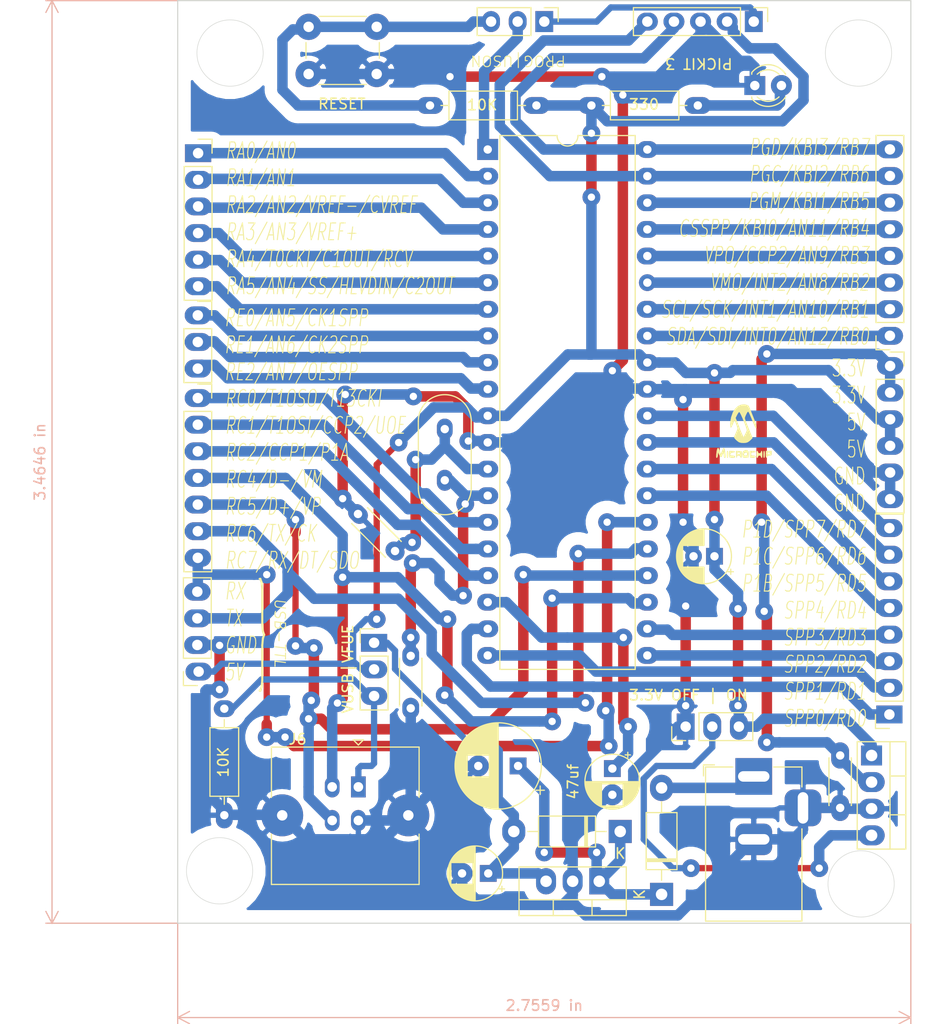
<source format=kicad_pcb>
(kicad_pcb (version 20171130) (host pcbnew "(5.1.4)-1")
  (layers (0 F.Cu signal) (31 B.Cu signal hide) (34 B.Paste user) (35 F.Paste user) (36 B.SilkS user) (37 F.SilkS user) (38 B.Mask user) (39 F.Mask user) (44 Edge.Cuts user))
  (net 0 "")
  (net 1 GND)
  (net 2 5V)
  (net 3 3.3V)
  (net 4 "Net-(C3-Pad1)")
  (net 5 "Net-(C4-Pad1)")
  (net 6 /OSC1)
  (net 7 /OSC2)
  (net 8 "Net-(C7-Pad1)")
  (net 9 VCC)
  (net 10 "Net-(D3-Pad2)")
  (net 11 /RB6)
  (net 12 /RB7)
  (net 13 /PROM_MCLR)
  (net 14 /PUSH_RESET)
  (net 15 /MCLR)
  (net 16 /RC5)
  (net 17 /RC4)
  (net 18 /VBUS)
  (net 19 /RE2)
  (net 20 /RE1)
  (net 21 /RE0)
  (net 22 /RB5)
  (net 23 /RB4)
  (net 24 /RB3)
  (net 25 /RB2)
  (net 26 /RB1)
  (net 27 /RB0)
  (net 28 /RD7)
  (net 29 /RD6)
  (net 30 /RD5)
  (net 31 /RD4)
  (net 32 /RD3)
  (net 33 /RD2)
  (net 34 /RD1)
  (net 35 /RD0)
  (net 36 /RA5)
  (net 37 /RA4)
  (net 38 /RA3)
  (net 39 /RA2)
  (net 40 /RA1)
  (net 41 /RA0)
  (net 42 /RC7)
  (net 43 /RC6)
  (net 44 /RC2)
  (net 45 /RC1)
  (net 46 /RC0)
  (net 47 "Net-(JP2-Pad2)")
  (module Connector_USB:USB_B_TE_5787834_Vertical (layer F.Cu) (at 120.25 147)
    (fp_text reference J6 (at -5.8 -4.55) (layer F.SilkS))
    (fp_text value USB_B)
    (pad 2 thru_hole oval (at -2.5 0) (size 1.4 2) (drill 0.92) (layers *.Cu *.Mask) (net 17 /RC4))
    (pad 5 thru_hole circle (at -7.27 2.71) (size 4 4) (drill 1) (layers *.Cu *.Mask) (net 1 GND))
    (pad 1 thru_hole rect (at 0 0) (size 1.4 2) (drill 0.92) (layers *.Cu *.Mask) (net 18 /VBUS))
    (pad 3 thru_hole oval (at -2.5 3.2) (size 1.4 2) (drill 0.92) (layers *.Cu *.Mask) (net 16 /RC5))
    (pad 4 thru_hole oval (at 0 3.2) (size 1.4 2) (drill 0.92) (layers *.Cu *.Mask) (net 1 GND))
    (pad 5 thru_hole circle (at 4.77 2.71) (size 4 4) (drill 1) (layers *.Cu *.Mask) (net 1 GND))
  )
  (module Logos:logomicrochipnuevo (layer F.Cu) (at 161.25 117.25)
    (fp_text reference G*** hide)
    (fp_text value LOGO hide)
  )
  (module Package_TO_SOT_THT:TO-220-3_Vertical (layer F.Cu) (at 143.25 156 180)
    (fp_text reference U2 hide)
    (fp_text value L7805)
    (pad 3 thru_hole oval (at 5.08 0 180) (size 1.905 2.5) (drill 1.1) (layers *.Cu *.Mask) (net 4 "Net-(C3-Pad1)"))
    (pad 2 thru_hole oval (at 2.54 0 180) (size 1.905 2.5) (drill 1.1) (layers *.Cu *.Mask) (net 1 GND))
    (pad 1 thru_hole rect (at 0 0 180) (size 1.905 2.5) (drill 1.1) (layers *.Cu *.Mask) (net 5 "Net-(C4-Pad1)"))
  )
  (module Package_TO_SOT_THT:TO-220-4_Vertical (layer F.Cu) (at 169.25 144 270)
    (fp_text reference U1 hide)
    (fp_text value KA378R33)
    (pad 4 thru_hole oval (at 7.62 0 270) (size 1.905 2.5) (drill 1.1) (layers *.Cu *.Mask) (net 47 "Net-(JP2-Pad2)"))
    (pad 3 thru_hole oval (at 5.08 0 270) (size 1.905 2.5) (drill 1.1) (layers *.Cu *.Mask) (net 1 GND))
    (pad 2 thru_hole oval (at 2.54 0 270) (size 1.905 2.5) (drill 1.1) (layers *.Cu *.Mask) (net 3 3.3V))
    (pad 1 thru_hole rect (at 0 0 270) (size 1.905 2) (drill 1.1) (layers *.Cu *.Mask) (net 2 5V))
  )
  (module Connector_PinHeader_2.54mm:PinHeader_1x03_P2.54mm_Vertical (layer F.Cu) (at 151.5 141.25 90)
    (fp_text reference JP2 hide)
    (fp_text value PIN4_ON_OFF)
    (pad 3 thru_hole oval (at 0 5.08 90) (size 2.5 1.7) (drill 1) (layers *.Cu *.Mask) (net 2 5V))
    (pad 2 thru_hole oval (at 0 2.54 90) (size 2.5 1.7) (drill 1) (layers *.Cu *.Mask) (net 47 "Net-(JP2-Pad2)"))
    (pad 1 thru_hole rect (at 0 0 90) (size 2.5 1.7) (drill 1) (layers *.Cu *.Mask) (net 1 GND))
  )
  (module Capacitor_THT:CP_Radial_D5.0mm_P2.50mm (layer F.Cu) (at 144.5 145.25 270)
    (fp_text reference C7 hide)
    (fp_text value 47uf (at 1.25 3.75 90) (layer F.SilkS))
    (pad 2 thru_hole circle (at 2.5 0 270) (size 2 2) (drill 0.8) (layers *.Cu *.Mask) (net 1 GND))
    (pad 1 thru_hole rect (at 0 0 270) (size 1.6 1.6) (drill 0.8) (layers *.Cu *.Mask) (net 8 "Net-(C7-Pad1)"))
  )
  (module Capacitor_THT:CP_Radial_D8.0mm_P3.80mm (layer F.Cu) (at 135.5 145 180)
    (fp_text reference C4 hide)
    (fp_text value 470uf)
    (pad 2 thru_hole circle (at 3.8 0 180) (size 2 2) (drill 0.8) (layers *.Cu *.Mask) (net 1 GND))
    (pad 1 thru_hole rect (at 0 0 180) (size 1.6 1.6) (drill 0.8) (layers *.Cu *.Mask) (net 5 "Net-(C4-Pad1)"))
  )
  (module Capacitor_THT:CP_Radial_D5.0mm_P2.50mm (layer F.Cu) (at 132.65 155.25 180)
    (fp_text reference C3 hide)
    (fp_text value 100uf)
    (pad 2 thru_hole circle (at 2.5 0 180) (size 2 2) (drill 0.8) (layers *.Cu *.Mask) (net 1 GND))
    (pad 1 thru_hole rect (at 0 0 180) (size 1.6 1.6) (drill 0.8) (layers *.Cu *.Mask) (net 4 "Net-(C3-Pad1)"))
  )
  (module Capacitor_THT:CP_Radial_D5.0mm_P2.00mm (layer F.Cu) (at 154.25 125 180)
    (fp_text reference C2 hide)
    (fp_text value 10uf)
    (pad 2 thru_hole circle (at 2 0 180) (size 1.6 1.6) (drill 0.8) (layers *.Cu *.Mask) (net 1 GND))
    (pad 1 thru_hole rect (at 0 0 180) (size 1.6 1.6) (drill 0.8) (layers *.Cu *.Mask) (net 2 5V))
  )
  (module Capacitor_THT:C_Disc_D4.3mm_W1.9mm_P5.00mm (layer F.Cu) (at 166.25 144 270)
    (fp_text reference C1 hide)
    (fp_text value 100nf)
    (pad 2 thru_hole oval (at 5 0 270) (size 2.5 1.7) (drill 0.8) (layers *.Cu *.Mask) (net 1 GND))
    (pad 1 thru_hole oval (at 0 0 270) (size 2.5 1.7) (drill 0.8) (layers *.Cu *.Mask) (net 3 3.3V))
  )
  (module Connector_PinSocket_2.54mm:PinSocket_1x06_P2.54mm_Vertical (layer F.Cu) (at 171.02 106.85)
    (fp_text reference J2 hide)
    (fp_text value Alimenatciones)
    (pad 6 thru_hole oval (at 0 12.7) (size 2.5 1.7) (drill 1) (layers *.Cu *.Mask) (net 1 GND))
    (pad 5 thru_hole oval (at 0 10.16) (size 2.5 1.7) (drill 1) (layers *.Cu *.Mask) (net 1 GND))
    (pad 4 thru_hole oval (at 0 7.62) (size 2.5 1.7) (drill 1) (layers *.Cu *.Mask) (net 2 5V))
    (pad 3 thru_hole oval (at 0 5.08) (size 2.5 1.7) (drill 1) (layers *.Cu *.Mask) (net 2 5V))
    (pad 2 thru_hole oval (at 0 2.54) (size 2.5 1.7) (drill 1) (layers *.Cu *.Mask) (net 3 3.3V))
    (pad 1 thru_hole oval (at 0 0) (size 2.5 1.7) (drill 1) (layers *.Cu *.Mask) (net 3 3.3V))
  )
  (module Crystal:Crystal_HC49-4H_Vertical (layer F.Cu) (at 128.5 117.75 90)
    (fp_text reference Y1 hide)
    (fp_text value Crystal)
    (pad 2 thru_hole oval (at 4.88 0 90) (size 2 1.5) (drill 0.8) (layers *.Cu *.Mask) (net 6 /OSC1))
    (pad 1 thru_hole oval (at 0 0 90) (size 2 1.5) (drill 0.8) (layers *.Cu *.Mask) (net 7 /OSC2))
  )
  (module Package_DIP:DIP-40_W15.24mm (layer F.Cu) (at 132.6 86.2)
    (fp_text reference U3 hide)
    (fp_text value PIC18F4550-IP)
    (pad 40 thru_hole oval (at 15.24 0) (size 2 1.6) (drill 0.8) (layers *.Cu *.Mask) (net 12 /RB7))
    (pad 20 thru_hole oval (at 0 48.26) (size 2 1.6) (drill 0.8) (layers *.Cu *.Mask) (net 34 /RD1))
    (pad 39 thru_hole oval (at 15.24 2.54) (size 2 1.6) (drill 0.8) (layers *.Cu *.Mask) (net 11 /RB6))
    (pad 19 thru_hole oval (at 0 45.72) (size 2 1.6) (drill 0.8) (layers *.Cu *.Mask) (net 35 /RD0))
    (pad 38 thru_hole oval (at 15.24 5.08) (size 2 1.6) (drill 0.8) (layers *.Cu *.Mask) (net 22 /RB5))
    (pad 18 thru_hole oval (at 0 43.18) (size 2 1.6) (drill 0.8) (layers *.Cu *.Mask) (net 8 "Net-(C7-Pad1)"))
    (pad 37 thru_hole oval (at 15.24 7.62) (size 2 1.6) (drill 0.8) (layers *.Cu *.Mask) (net 23 /RB4))
    (pad 17 thru_hole oval (at 0 40.64) (size 2 1.6) (drill 0.8) (layers *.Cu *.Mask) (net 44 /RC2))
    (pad 36 thru_hole oval (at 15.24 10.16) (size 2 1.6) (drill 0.8) (layers *.Cu *.Mask) (net 24 /RB3))
    (pad 16 thru_hole oval (at 0 38.1) (size 2 1.6) (drill 0.8) (layers *.Cu *.Mask) (net 45 /RC1))
    (pad 35 thru_hole oval (at 15.24 12.7) (size 1.6 1.6) (drill 0.8) (layers *.Cu *.Mask) (net 25 /RB2))
    (pad 15 thru_hole oval (at 0 35.56) (size 2 1.6) (drill 0.8) (layers *.Cu *.Mask) (net 46 /RC0))
    (pad 34 thru_hole oval (at 15.24 15.24) (size 2 1.6) (drill 0.8) (layers *.Cu *.Mask) (net 26 /RB1))
    (pad 14 thru_hole oval (at 0 33.02) (size 2 1.6) (drill 0.8) (layers *.Cu *.Mask) (net 7 /OSC2))
    (pad 33 thru_hole oval (at 15.24 17.78) (size 2 1.6) (drill 0.8) (layers *.Cu *.Mask) (net 27 /RB0))
    (pad 13 thru_hole oval (at 0 30.48) (size 2 1.6) (drill 0.8) (layers *.Cu *.Mask) (net 6 /OSC1))
    (pad 32 thru_hole oval (at 15.24 20.32) (size 2 1.6) (drill 0.8) (layers *.Cu *.Mask) (net 2 5V))
    (pad 12 thru_hole oval (at 0 27.94) (size 2 1.6) (drill 0.8) (layers *.Cu *.Mask) (net 1 GND))
    (pad 31 thru_hole oval (at 15.24 22.86) (size 2 1.6) (drill 0.8) (layers *.Cu *.Mask) (net 1 GND))
    (pad 11 thru_hole oval (at 0 25.4) (size 2 1.6) (drill 0.8) (layers *.Cu *.Mask) (net 2 5V))
    (pad 30 thru_hole oval (at 15.24 25.4) (size 2 1.6) (drill 0.8) (layers *.Cu *.Mask) (net 28 /RD7))
    (pad 10 thru_hole oval (at 0 22.86) (size 2 1.6) (drill 0.8) (layers *.Cu *.Mask) (net 19 /RE2))
    (pad 29 thru_hole oval (at 15.24 27.94) (size 2 1.6) (drill 0.8) (layers *.Cu *.Mask) (net 29 /RD6))
    (pad 9 thru_hole oval (at 0 20.32) (size 2 1.6) (drill 0.8) (layers *.Cu *.Mask) (net 20 /RE1))
    (pad 28 thru_hole oval (at 15.24 30.48) (size 2 1.6) (drill 0.8) (layers *.Cu *.Mask) (net 30 /RD5))
    (pad 8 thru_hole oval (at 0 17.78) (size 2 1.6) (drill 0.8) (layers *.Cu *.Mask) (net 21 /RE0))
    (pad 27 thru_hole oval (at 15.24 33.02) (size 2 1.6) (drill 0.8) (layers *.Cu *.Mask) (net 31 /RD4))
    (pad 7 thru_hole oval (at 0 15.24) (size 2 1.6) (drill 0.8) (layers *.Cu *.Mask) (net 36 /RA5))
    (pad 26 thru_hole oval (at 15.24 35.56) (size 2 1.6) (drill 0.8) (layers *.Cu *.Mask) (net 42 /RC7))
    (pad 6 thru_hole oval (at 0 12.7) (size 2 1.6) (drill 0.8) (layers *.Cu *.Mask) (net 37 /RA4))
    (pad 25 thru_hole oval (at 15.24 38.1) (size 2 1.6) (drill 0.8) (layers *.Cu *.Mask) (net 43 /RC6))
    (pad 5 thru_hole oval (at 0 10.16) (size 2 1.6) (drill 0.8) (layers *.Cu *.Mask) (net 38 /RA3))
    (pad 24 thru_hole oval (at 15.24 40.64) (size 2 1.6) (drill 0.8) (layers *.Cu *.Mask) (net 16 /RC5))
    (pad 4 thru_hole oval (at 0 7.62) (size 2 1.6) (drill 0.8) (layers *.Cu *.Mask) (net 39 /RA2))
    (pad 23 thru_hole oval (at 15.24 43.18) (size 2 1.6) (drill 0.8) (layers *.Cu *.Mask) (net 17 /RC4))
    (pad 3 thru_hole oval (at 0 5.08) (size 2 1.6) (drill 0.8) (layers *.Cu *.Mask) (net 40 /RA1))
    (pad 22 thru_hole oval (at 15.24 45.72) (size 2 1.6) (drill 0.8) (layers *.Cu *.Mask) (net 32 /RD3))
    (pad 2 thru_hole oval (at 0 2.54) (size 2 1.6) (drill 0.8) (layers *.Cu *.Mask) (net 41 /RA0))
    (pad 21 thru_hole oval (at 15.24 48.26) (size 2 1.6) (drill 0.8) (layers *.Cu *.Mask) (net 33 /RD2))
    (pad 1 thru_hole rect (at 0 0) (size 2 2) (drill 0.8) (layers *.Cu *.Mask) (net 15 /MCLR))
  )
  (module Button_Switch_THT:SW_PUSH_6mm (layer F.Cu) (at 122 79 180)
    (fp_text reference SW1 hide)
    (fp_text value RESET (at 3.325 -2.85) (layer F.SilkS))
    (pad 1 thru_hole circle (at 6.5 0 270) (size 2.5 2.5) (drill 1) (layers *.Cu *.Mask) (net 1 GND))
    (pad 2 thru_hole circle (at 6.5 4.5 270) (size 2.5 2.5) (drill 1) (layers *.Cu *.Mask) (net 14 /PUSH_RESET))
    (pad 1 thru_hole circle (at 0 0 270) (size 2.5 2.5) (drill 1) (layers *.Cu *.Mask) (net 1 GND))
    (pad 2 thru_hole circle (at 0 4.5 270) (size 2.5 2.5) (drill 1) (layers *.Cu *.Mask) (net 14 /PUSH_RESET))
  )
  (module Resistor_THT:R_Axial_DIN0207_L6.3mm_D2.5mm_P10.16mm_Horizontal (layer F.Cu) (at 107.45 149.7 90)
    (fp_text reference R3 hide)
    (fp_text value 10K (at 5.075 -0.1 90) (layer F.SilkS))
    (pad 2 thru_hole oval (at 10.16 0 90) (size 1.6 2) (drill 0.8) (layers *.Cu *.Mask) (net 18 /VBUS))
    (pad 1 thru_hole oval (at 0 0 90) (size 2.5 1.6) (drill 0.8) (layers *.Cu *.Mask) (net 1 GND))
  )
  (module Resistor_THT:R_Axial_DIN0207_L6.3mm_D2.5mm_P10.16mm_Horizontal (layer F.Cu) (at 137.25 82 180)
    (fp_text reference R2 hide)
    (fp_text value 10K (at 5.175 0.05) (layer F.SilkS))
    (pad 2 thru_hole oval (at 10.16 0 180) (size 2.5 1.6) (drill 0.8) (layers *.Cu *.Mask) (net 14 /PUSH_RESET))
    (pad 1 thru_hole oval (at 0 0 180) (size 2.5 1.6) (drill 0.8) (layers *.Cu *.Mask) (net 2 5V))
  )
  (module Resistor_THT:R_Axial_DIN0207_L6.3mm_D2.5mm_P10.16mm_Horizontal (layer F.Cu) (at 142.5 82)
    (fp_text reference R1 hide)
    (fp_text value 330 (at 5.025 -0.1) (layer F.SilkS))
    (pad 2 thru_hole oval (at 10.16 0) (size 2.5 1.6) (drill 0.8) (layers *.Cu *.Mask) (net 10 "Net-(D3-Pad2)"))
    (pad 1 thru_hole oval (at 0 0) (size 2.5 1.6) (drill 0.8) (layers *.Cu *.Mask) (net 2 5V))
  )
  (module Connector_PinHeader_2.54mm:PinHeader_1x03_P2.54mm_Vertical (layer F.Cu) (at 121.75 133.25)
    (fp_text reference JP1 hide)
    (fp_text value Alimentacion)
    (pad 3 thru_hole oval (at 0 5.08) (size 2.5 1.7) (drill 1) (layers *.Cu *.Mask) (net 18 /VBUS))
    (pad 2 thru_hole oval (at 0 2.54) (size 2.5 1.7) (drill 1) (layers *.Cu *.Mask) (net 2 5V))
    (pad 1 thru_hole rect (at 0 0) (size 2.5 1.7) (drill 1) (layers *.Cu *.Mask) (net 4 "Net-(C3-Pad1)"))
  )
  (module Connector_PinSocket_2.54mm:PinSocket_1x04_P2.54mm_Vertical (layer F.Cu) (at 104.875 136 180)
    (fp_text reference J12)
    (fp_text value UART_TTL)
    (pad 4 thru_hole oval (at 0 7.62 180) (size 2.5 1.7) (drill 1) (layers *.Cu *.Mask) (net 42 /RC7))
    (pad 3 thru_hole oval (at 0 5.08 180) (size 2.5 1.7) (drill 1) (layers *.Cu *.Mask) (net 43 /RC6))
    (pad 2 thru_hole oval (at 0 2.54 180) (size 2.5 1.7) (drill 1) (layers *.Cu *.Mask) (net 1 GND))
    (pad 1 thru_hole oval (at -0.125 0 180) (size 2.5 1.7) (drill 1) (layers *.Cu *.Mask) (net 2 5V))
  )
  (module Connector_PinSocket_2.54mm:PinSocket_1x07_P2.54mm_Vertical (layer F.Cu) (at 104.92 109.91)
    (fp_text reference J11)
    (fp_text value PORTC)
    (pad 7 thru_hole oval (at 0 15.24) (size 2.5 1.7) (drill 1) (layers *.Cu *.Mask) (net 42 /RC7))
    (pad 6 thru_hole oval (at 0 12.7) (size 2.5 1.7) (drill 1) (layers *.Cu *.Mask) (net 43 /RC6))
    (pad 5 thru_hole oval (at 0 10.16) (size 2.5 1.7) (drill 1) (layers *.Cu *.Mask) (net 16 /RC5))
    (pad 4 thru_hole oval (at 0 7.62) (size 2.5 1.7) (drill 1) (layers *.Cu *.Mask) (net 17 /RC4))
    (pad 3 thru_hole oval (at 0 5.08) (size 2.5 1.7) (drill 1) (layers *.Cu *.Mask) (net 44 /RC2))
    (pad 2 thru_hole oval (at 0 2.54) (size 2.5 1.7) (drill 1) (layers *.Cu *.Mask) (net 45 /RC1))
    (pad 1 thru_hole oval (at 0 0) (size 2.5 1.7) (drill 1) (layers *.Cu *.Mask) (net 46 /RC0))
  )
  (module Connector_PinSocket_2.54mm:PinSocket_1x06_P2.54mm_Vertical (layer F.Cu) (at 104.95 86.55)
    (fp_text reference J10 hide)
    (fp_text value PORTA)
    (pad 6 thru_hole oval (at 0 12.7) (size 2.5 1.7) (drill 1) (layers *.Cu *.Mask) (net 36 /RA5))
    (pad 5 thru_hole oval (at 0 10.16) (size 2.5 1.7) (drill 1) (layers *.Cu *.Mask) (net 37 /RA4))
    (pad 4 thru_hole oval (at 0 7.62) (size 2.5 1.7) (drill 1) (layers *.Cu *.Mask) (net 38 /RA3))
    (pad 3 thru_hole oval (at 0 5.08) (size 2.5 1.7) (drill 1) (layers *.Cu *.Mask) (net 39 /RA2))
    (pad 2 thru_hole oval (at 0 2.54) (size 2.5 1.7) (drill 1) (layers *.Cu *.Mask) (net 40 /RA1))
    (pad 1 thru_hole rect (at 0 0) (size 2.5 1.7) (drill 1) (layers *.Cu *.Mask) (net 41 /RA0))
  )
  (module Connector_PinSocket_2.54mm:PinSocket_1x08_P2.54mm_Vertical (layer F.Cu) (at 170.95 140.09 180)
    (fp_text reference J9 hide)
    (fp_text value PORTD)
    (pad 8 thru_hole oval (at 0 17.78 180) (size 2.5 1.7) (drill 1) (layers *.Cu *.Mask) (net 28 /RD7))
    (pad 7 thru_hole oval (at 0 15.24 180) (size 2.5 1.7) (drill 1) (layers *.Cu *.Mask) (net 29 /RD6))
    (pad 6 thru_hole oval (at 0 12.7 180) (size 2.5 1.7) (drill 1) (layers *.Cu *.Mask) (net 30 /RD5))
    (pad 5 thru_hole oval (at 0 10.16 180) (size 2.5 1.7) (drill 1) (layers *.Cu *.Mask) (net 31 /RD4))
    (pad 4 thru_hole oval (at 0 7.62 180) (size 2.5 1.7) (drill 1) (layers *.Cu *.Mask) (net 32 /RD3))
    (pad 3 thru_hole oval (at 0 5.08 180) (size 2.5 1.7) (drill 1) (layers *.Cu *.Mask) (net 33 /RD2))
    (pad 2 thru_hole oval (at 0 2.54 180) (size 2.5 1.7) (drill 1) (layers *.Cu *.Mask) (net 34 /RD1))
    (pad 1 thru_hole rect (at 0 0 180) (size 2.5 1.7) (drill 1) (layers *.Cu *.Mask) (net 35 /RD0))
  )
  (module Connector_PinSocket_2.54mm:PinSocket_1x08_P2.54mm_Vertical (layer F.Cu) (at 171 103.97 180)
    (fp_text reference J8 hide)
    (fp_text value PORTB)
    (pad 8 thru_hole oval (at 0 17.78 180) (size 2.5 1.7) (drill 1) (layers *.Cu *.Mask) (net 12 /RB7))
    (pad 7 thru_hole oval (at 0 15.24 180) (size 2.5 1.7) (drill 1) (layers *.Cu *.Mask) (net 11 /RB6))
    (pad 6 thru_hole oval (at 0 12.7 180) (size 2.5 1.7) (drill 1) (layers *.Cu *.Mask) (net 22 /RB5))
    (pad 5 thru_hole oval (at 0 10.16 180) (size 2.5 1.7) (drill 1) (layers *.Cu *.Mask) (net 23 /RB4))
    (pad 4 thru_hole oval (at 0 7.62 180) (size 2.5 1.7) (drill 1) (layers *.Cu *.Mask) (net 24 /RB3))
    (pad 3 thru_hole oval (at 0 5.08 180) (size 2.5 1.7) (drill 1) (layers *.Cu *.Mask) (net 25 /RB2))
    (pad 2 thru_hole oval (at 0 2.54 180) (size 2.5 1.7) (drill 1) (layers *.Cu *.Mask) (net 26 /RB1))
    (pad 1 thru_hole oval (at 0 0 180) (size 2.5 1.7) (drill 1) (layers *.Cu *.Mask) (net 27 /RB0))
  )
  (module Connector_PinSocket_2.54mm:PinSocket_1x03_P2.54mm_Vertical (layer F.Cu) (at 104.92 102.02)
    (fp_text reference J7 hide)
    (fp_text value PORTE)
    (pad 3 thru_hole oval (at 0 5.08) (size 2.5 1.7) (drill 1) (layers *.Cu *.Mask) (net 19 /RE2))
    (pad 2 thru_hole oval (at 0 2.54) (size 2.5 1.7) (drill 1) (layers *.Cu *.Mask) (net 20 /RE1))
    (pad 1 thru_hole oval (at 0 0) (size 2.5 1.7) (drill 1) (layers *.Cu *.Mask) (net 21 /RE0))
  )
  (module Connector_PinHeader_2.54mm:PinHeader_1x03_P2.54mm_Vertical (layer F.Cu) (at 138 74 270)
    (fp_text reference J5 hide)
    (fp_text value Conn_01x03_Male)
    (pad 3 thru_hole oval (at 0 5.08 270) (size 2 1.7) (drill 1) (layers *.Cu *.Mask) (net 14 /PUSH_RESET))
    (pad 2 thru_hole oval (at 0 2.54 270) (size 2 1.7) (drill 1) (layers *.Cu *.Mask) (net 15 /MCLR))
    (pad 1 thru_hole rect (at 0 0 270) (size 2 1.7) (drill 1) (layers *.Cu *.Mask) (net 13 /PROM_MCLR))
  )
  (module Connector_PinHeader_2.54mm:PinHeader_1x05_P2.54mm_Vertical (layer F.Cu) (at 158 74 270)
    (fp_text reference J3 hide)
    (fp_text value PICKIT)
    (pad 5 thru_hole oval (at 0 10.16 270) (size 1.7 2) (drill 1) (layers *.Cu *.Mask) (net 11 /RB6))
    (pad 4 thru_hole oval (at 0 7.62 270) (size 1.7 2) (drill 1) (layers *.Cu *.Mask) (net 12 /RB7))
    (pad 3 thru_hole oval (at 0 5.08 270) (size 1.7 2) (drill 1) (layers *.Cu *.Mask) (net 1 GND))
    (pad 2 thru_hole oval (at 0 2.54 270) (size 1.7 2) (drill 1) (layers *.Cu *.Mask) (net 2 5V))
    (pad 1 thru_hole rect (at 0 0 270) (size 2 1.7) (drill 1) (layers *.Cu *.Mask) (net 13 /PROM_MCLR))
  )
  (module Connector_BarrelJack:BarrelJack_Horizontal (layer F.Cu) (at 158 146 90)
    (fp_text reference J1 hide)
    (fp_text value Barrel_Jack_Switch)
    (pad 3 thru_hole roundrect (at -3 4.7 90) (size 3.5 3.5) (drill oval 3 1) (layers *.Cu *.Mask) (net 1 GND))
    (pad 2 thru_hole roundrect (at -6 0 90) (size 3 3.5) (drill oval 1 3) (layers *.Cu *.Mask) (net 1 GND))
    (pad 1 thru_hole rect (at 0 0 90) (size 3.5 3.5) (drill oval 1 3) (layers *.Cu *.Mask) (net 9 VCC))
  )
  (module LED_THT:LED_D3.0mm (layer F.Cu) (at 158.1 80.1)
    (fp_text reference D3 hide)
    (fp_text value ROJO)
    (pad 2 thru_hole circle (at 2.54 0) (size 2 2) (drill 0.9) (layers *.Cu *.Mask) (net 10 "Net-(D3-Pad2)"))
    (pad 1 thru_hole rect (at 0 0) (size 2 1.8) (drill 0.9) (layers *.Cu *.Mask) (net 1 GND))
  )
  (module Diode_THT:D_DO-41_SOD81_P10.16mm_Horizontal (layer F.Cu) (at 149.2 157.25 90)
    (fp_text reference D2 hide)
    (fp_text value 1N4007)
    (fp_text user K (at 0 -2.1 90) (layer F.SilkS))
    (pad 2 thru_hole oval (at 10.16 0 90) (size 2.5 2.2) (drill 1.1) (layers *.Cu *.Mask) (net 9 VCC))
    (pad 1 thru_hole rect (at 0 0 90) (size 2.2 2.2) (drill 1.1) (layers *.Cu *.Mask) (net 5 "Net-(C4-Pad1)"))
  )
  (module Diode_THT:D_DO-41_SOD81_P10.16mm_Horizontal (layer F.Cu) (at 145.25 151.25 180)
    (fp_text reference D1 hide)
    (fp_text value 1N4007)
    (fp_text user K (at 0 -2.1) (layer F.SilkS))
    (pad 2 thru_hole oval (at 10.16 0 180) (size 2.2 2.5) (drill 1.1) (layers *.Cu *.Mask) (net 4 "Net-(C3-Pad1)"))
    (pad 1 thru_hole rect (at 0 0 180) (size 2.2 2.2) (drill 1.1) (layers *.Cu *.Mask) (net 5 "Net-(C4-Pad1)"))
  )
  (module Capacitor_THT:C_Disc_D4.3mm_W1.9mm_P5.00mm (layer F.Cu) (at 125.25 134.5 270)
    (fp_text reference C6 hide)
    (fp_text value 15pf)
    (pad 2 thru_hole oval (at 5 0 270) (size 2 1.6) (drill 0.8) (layers *.Cu *.Mask) (net 1 GND))
    (pad 1 thru_hole oval (at 0 0 270) (size 2 1.6) (drill 0.8) (layers *.Cu *.Mask) (net 7 /OSC2))
  )
  (module Capacitor_THT:C_Disc_D4.3mm_W1.9mm_P5.00mm (layer F.Cu) (at 123.75 124.5 135)
    (fp_text reference C5 hide)
    (fp_text value 15pf)
    (pad 2 thru_hole oval (at 5 0 135) (size 2 1.6) (drill 0.8) (layers *.Cu *.Mask) (net 1 GND))
    (pad 1 thru_hole oval (at 0 0 135) (size 1.9 1.6) (drill 0.8) (layers *.Cu *.Mask) (net 6 /OSC1))
  )
  (gr_text "3.3V OFF | ON" (at 146 138.25) (layer F.SilkS) (effects (font (size 1 1)) (justify left)))
  (dimension 70 (width 0.12) (layer B.SilkS) (gr_text "70,000 mm" (at 138 170.269999) (layer B.SilkS) (effects (font (size 1 1) (thickness 0.15)))) (feature1 (pts (xy 173 160) (xy 173 169.58642))) (feature2 (pts (xy 103 160) (xy 103 169.58642))) (crossbar (pts (xy 103 168.999999) (xy 173 168.999999))) (arrow1a (pts (xy 173 168.999999) (xy 171.873496 169.58642))) (arrow1b (pts (xy 173 168.999999) (xy 171.873496 168.413578))) (arrow2a (pts (xy 103 168.999999) (xy 104.126504 169.58642))) (arrow2b (pts (xy 103 168.999999) (xy 104.126504 168.413578))))
  (dimension 88 (width 0.12) (layer B.SilkS) (gr_text "88,000 mm" (at 89.730001 116 270) (layer B.SilkS) (effects (font (size 1 1) (thickness 0.15)))) (feature1 (pts (xy 103 160) (xy 90.41358 160))) (feature2 (pts (xy 103 72) (xy 90.41358 72))) (crossbar (pts (xy 91.000001 72) (xy 91.000001 160))) (arrow1a (pts (xy 91.000001 160) (xy 90.41358 158.873496))) (arrow1b (pts (xy 91.000001 160) (xy 91.586422 158.873496))) (arrow2a (pts (xy 91.000001 72) (xy 90.41358 73.126504))) (arrow2b (pts (xy 91.000001 72) (xy 91.586422 73.126504))))
  (gr_text VUSB|VFUE (at 119.25 135.75 90) (layer F.SilkS) (effects (font (size 1 1))))
  (gr_text "PICKIT 3" (at 152.75 78 180) (layer F.SilkS) (effects (font (size 1 1))))
  (gr_text PROG|USON (at 135.5 77.75 180) (layer F.SilkS) (effects (font (size 1 1) (thickness 0.1))))
  (gr_text "P1D/SPP7/RD7\nP1C/SPP6/RD6\nP1B/SPP5/RD5\nSPP4/RD4\nSPP3/RD3\nSPP2/RD2\nSPP1/RD1\nSPP0/RD0" (at 168.8 131.45) (layer F.SilkS) (effects (font (size 1.6 1) (thickness 0.1) italic) (justify right)))
  (gr_text "3.3V\n3.3V\n5V\n5V\nGND\nGND" (at 168.75 113.5) (layer F.SilkS) (effects (font (size 1.6 1) (thickness 0.1)) (justify right)))
  (gr_text "PGD/KBI3/RB7\nPGC/KBI2/RB6\nPGM/KBI1/RB5\nCSSPP/KBI0/AN11/RB4\nVPO/CCP2/AN9/RB3\nVMO/INT2/AN8/RB2\nSCL/SCK/INT1/AN10/RB1\nSDA/SDI/INT0/AN12/RB0" (at 169.1 95.025) (layer F.SilkS) (effects (font (size 1.6 1) (thickness 0.1) italic) (justify right)))
  (gr_text USB-TTL (at 112.75 132.3 270) (layer F.SilkS) (effects (font (size 1 1) (thickness 0.1) italic)))
  (gr_text } (at 111.075 131.925) (layer F.SilkS) (effects (font (size 7 1.3) (thickness 0.2))))
  (gr_text "RX\nTX\nGND\n5V" (at 107.425 132.2) (layer F.SilkS) (effects (font (size 1.6 1) (thickness 0.1) italic) (justify left)))
  (gr_text "RC0/T1OSO/T13CKI\nRC1/T1OSI/CCP2/UOE\nRC2/CCP1/P1A\nRC4/D-/VM\nRC5/D+/VP\nRC6/TX/CK\nRC7/RX/DT/SDO" (at 107.45 117.675) (layer F.SilkS) (effects (font (size 1.6 1) (thickness 0.1) italic) (justify left)))
  (gr_text "RE0/AN5/CK1SPP\nRE1/AN6/CK2SPP\nRE2/AN7/OESPP" (at 107.4 104.85) (layer F.SilkS) (effects (font (size 1.6 1) (thickness 0.1) italic) (justify left)))
  (gr_text "RA0/AN0\nRA1/AN1\nRA2/AN2/VREF-/CVREF\nRA3/AN3/VREF+\nRA4/T0CKI/C1OUT/RCV\nRA5/AN4/SS/HLVDIN/C2OUT" (at 107.5 92.78) (layer F.SilkS) (effects (font (size 1.6 1) (thickness 0.1) italic) (justify left)))
  (gr_circle (center 108 77) (end 111 76) (layer Edge.Cuts) (width 0.05))
  (gr_circle (center 168 77) (end 171 76) (layer Edge.Cuts) (width 0.05))
  (gr_circle (center 168.25 156.25) (end 171.25 155.25) (layer Edge.Cuts) (width 0.05))
  (gr_circle (center 107 155) (end 110 154) (layer Edge.Cuts) (width 0.05))
  (gr_line (start 103 72) (end 103 160) (layer Edge.Cuts) (width 0.1))
  (gr_line (start 173 72) (end 103 72) (layer Edge.Cuts) (width 0.1))
  (gr_line (start 173 160) (end 173 72) (layer Edge.Cuts) (width 0.1))
  (gr_line (start 103 160) (end 173 160) (layer Edge.Cuts) (width 0.1))
  (segment (start 115.5 79) (end 122 79) (width 1) (layer B.Cu) (net 1))
  (segment (start 147.84 109.06) (end 148 108.9) (width 1) (layer B.Cu) (net 1))
  (segment (start 171.02 117.01) (end 171.02 119.55) (width 1) (layer B.Cu) (net 1))
  (segment (start 147.78 109) (end 147.84 109.06) (width 1) (layer B.Cu) (net 1))
  (segment (start 132.6 114.14) (end 137.11 114.14) (width 1) (layer B.Cu) (net 1))
  (segment (start 137.11 114.14) (end 142.25 109) (width 1) (layer B.Cu) (net 1))
  (segment (start 156.539545 153.460455) (end 158 152) (width 1) (layer B.Cu) (net 1))
  (segment (start 150.75001 159.24999) (end 156.539545 153.460455) (width 1) (layer B.Cu) (net 1))
  (segment (start 141.95999 159.24999) (end 150.75001 159.24999) (width 1) (layer B.Cu) (net 1))
  (segment (start 140.71 158) (end 141.95999 159.24999) (width 1) (layer B.Cu) (net 1))
  (segment (start 140.71 156) (end 140.71 158) (width 1) (layer B.Cu) (net 1))
  (segment (start 166.25 149) (end 162.7 149) (width 1) (layer B.Cu) (net 1))
  (segment (start 166.33 149.08) (end 166.25 149) (width 1) (layer B.Cu) (net 1))
  (segment (start 169.25 149.08) (end 166.33 149.08) (width 1) (layer B.Cu) (net 1))
  (segment (start 125.02 150.12) (end 130.15 155.25) (width 1) (layer B.Cu) (net 1))
  (segment (start 125.02 149.66) (end 125.02 150.12) (width 1) (layer B.Cu) (net 1))
  (segment (start 129.68 145) (end 125.02 149.66) (width 1) (layer B.Cu) (net 1))
  (segment (start 131.7 145) (end 129.68 145) (width 1) (layer B.Cu) (net 1))
  (segment (start 107.49 149.66) (end 107.45 149.7) (width 1) (layer B.Cu) (net 1))
  (segment (start 112.98 149.66) (end 107.49 149.66) (width 1) (layer B.Cu) (net 1))
  (segment (start 156.67 77.75) (end 152.92 74) (width 1) (layer B.Cu) (net 1))
  (segment (start 157.5 77.75) (end 156.67 77.75) (width 1) (layer B.Cu) (net 1))
  (segment (start 158.1 80.1) (end 158.1 78.35) (width 1) (layer B.Cu) (net 1))
  (segment (start 158.1 78.35) (end 157.5 77.75) (width 1) (layer B.Cu) (net 1))
  (via (at 129 79.25) (size 1.7) (drill 0.7) (layers F.Cu B.Cu) (net 1))
  (segment (start 122 79) (end 128.75 79) (width 1) (layer B.Cu) (net 1))
  (segment (start 128.75 79) (end 129 79.25) (width 1) (layer B.Cu) (net 1))
  (via (at 143.5 79.25) (size 1.7) (drill 0.7) (layers F.Cu B.Cu) (net 1))
  (segment (start 144.702081 79.25) (end 143.5 79.25) (width 1) (layer B.Cu) (net 1))
  (segment (start 148.872081 79.25) (end 144.702081 79.25) (width 1) (layer B.Cu) (net 1))
  (segment (start 152.92 75.202081) (end 148.872081 79.25) (width 1) (layer B.Cu) (net 1))
  (segment (start 152.92 74) (end 152.92 75.202081) (width 1) (layer B.Cu) (net 1))
  (segment (start 129 79.25) (end 143.5 79.25) (width 1) (layer F.Cu) (net 1))
  (via (at 145.5 81) (size 1.7) (drill 0.7) (layers F.Cu B.Cu) (net 1))
  (segment (start 144.702081 79.25) (end 144.702081 80.202081) (width 1) (layer B.Cu) (net 1))
  (segment (start 144.702081 80.202081) (end 145.5 81) (width 1) (layer B.Cu) (net 1))
  (via (at 144.5 107.3) (size 1.7) (drill 0.7) (layers F.Cu B.Cu) (net 1))
  (segment (start 145.5 81) (end 145.5 106.3) (width 1) (layer F.Cu) (net 1))
  (segment (start 145.5 106.3) (end 144.5 107.3) (width 1) (layer F.Cu) (net 1))
  (segment (start 144.5 108.502081) (end 144.5 109) (width 1) (layer B.Cu) (net 1))
  (segment (start 144.5 107.3) (end 144.5 108.502081) (width 1) (layer B.Cu) (net 1))
  (segment (start 142.25 109) (end 144.5 109) (width 1) (layer B.Cu) (net 1))
  (segment (start 144.5 109) (end 147.78 109) (width 1) (layer B.Cu) (net 1))
  (via (at 151.5 139.25) (size 1.7) (drill 0.7) (layers F.Cu B.Cu) (net 1))
  (segment (start 151.5 141.25) (end 151.5 139.25) (width 1) (layer B.Cu) (net 1))
  (via (at 151.5 129.75) (size 1.7) (drill 0.7) (layers F.Cu B.Cu) (net 1))
  (segment (start 151.5 139.25) (end 151.5 129.75) (width 1) (layer F.Cu) (net 1))
  (segment (start 152.25 126.75) (end 152.25 125) (width 1) (layer B.Cu) (net 1))
  (segment (start 151.5 129.75) (end 151.5 127.5) (width 1) (layer B.Cu) (net 1))
  (segment (start 151.5 127.5) (end 152.25 126.75) (width 1) (layer B.Cu) (net 1))
  (segment (start 125.25 149.43) (end 125.02 149.66) (width 1) (layer B.Cu) (net 1))
  (segment (start 125.25 139.5) (end 125.25 149.43) (width 1) (layer B.Cu) (net 1))
  (via (at 151.25 121.75) (size 1.7) (drill 0.7) (layers F.Cu B.Cu) (net 1))
  (segment (start 152.25 125) (end 152.25 122.75) (width 1) (layer B.Cu) (net 1))
  (segment (start 152.25 122.75) (end 151.25 121.75) (width 1) (layer B.Cu) (net 1))
  (via (at 151.25 110.05) (size 1.7) (drill 0.7) (layers F.Cu B.Cu) (net 1))
  (segment (start 151.25 121.75) (end 151.25 110.05) (width 1) (layer F.Cu) (net 1))
  (segment (start 151.25 109.25) (end 151.44 109.06) (width 1) (layer B.Cu) (net 1))
  (segment (start 151.25 110.05) (end 151.25 109.25) (width 1) (layer B.Cu) (net 1))
  (segment (start 147.84 109.06) (end 151.44 109.06) (width 1) (layer B.Cu) (net 1))
  (via (at 118.75 119.500002) (size 1.7) (drill 0.7) (layers F.Cu B.Cu) (net 1))
  (segment (start 119.414465 120.164467) (end 118.75 119.500002) (width 1) (layer B.Cu) (net 1))
  (segment (start 120.214466 120.964466) (end 119.414465 120.164467) (width 1) (layer B.Cu) (net 1))
  (via (at 119 109.570001) (size 1.7) (drill 0.7) (layers F.Cu B.Cu) (net 1))
  (segment (start 118.75 119.500002) (end 118.75 109.820001) (width 1) (layer F.Cu) (net 1))
  (segment (start 118.75 109.820001) (end 119 109.570001) (width 1) (layer F.Cu) (net 1))
  (via (at 125.5 109.75) (size 1.7) (drill 0.7) (layers F.Cu B.Cu) (net 1))
  (segment (start 119 109.570001) (end 125.320001 109.570001) (width 1) (layer B.Cu) (net 1))
  (segment (start 125.320001 109.570001) (end 125.5 109.75) (width 1) (layer B.Cu) (net 1))
  (via (at 130.75 114) (size 1.7) (drill 0.7) (layers F.Cu B.Cu) (net 1))
  (segment (start 132.46 114) (end 132.6 114.14) (width 1) (layer B.Cu) (net 1))
  (segment (start 130.75 114) (end 132.46 114) (width 1) (layer B.Cu) (net 1))
  (segment (start 140.71 150.90863) (end 143.86863 147.75) (width 1) (layer B.Cu) (net 1))
  (segment (start 140.71 156) (end 140.71 150.90863) (width 1) (layer B.Cu) (net 1))
  (segment (start 143.86863 147.75) (end 144.5 147.75) (width 1) (layer B.Cu) (net 1))
  (via (at 107 133.5) (size 1.7) (drill 0.7) (layers F.Cu B.Cu) (net 1))
  (segment (start 104.875 133.46) (end 106.96 133.46) (width 1) (layer B.Cu) (net 1))
  (segment (start 106.96 133.46) (end 107 133.5) (width 1) (layer B.Cu) (net 1))
  (segment (start 130.15 156.38137) (end 130.15 155.25) (width 1) (layer B.Cu) (net 1))
  (segment (start 132.01863 158.25) (end 130.15 156.38137) (width 1) (layer B.Cu) (net 1))
  (segment (start 139.75 158.25) (end 132.01863 158.25) (width 1) (layer B.Cu) (net 1))
  (segment (start 140.71 156) (end 140.71 157.29) (width 1) (layer B.Cu) (net 1))
  (segment (start 140.71 157.29) (end 139.75 158.25) (width 1) (layer B.Cu) (net 1))
  (segment (start 150.75 141.25) (end 151.5 141.25) (width 1) (layer B.Cu) (net 1))
  (segment (start 146.499989 145.500011) (end 150.75 141.25) (width 1) (layer B.Cu) (net 1))
  (segment (start 146.499989 146.881381) (end 146.499989 145.500011) (width 1) (layer B.Cu) (net 1))
  (segment (start 144.5 147.75) (end 145.63137 147.75) (width 1) (layer B.Cu) (net 1))
  (segment (start 145.63137 147.75) (end 146.499989 146.881381) (width 1) (layer B.Cu) (net 1))
  (segment (start 162.7 151.05) (end 162.7 149) (width 1) (layer B.Cu) (net 1))
  (segment (start 158 152) (end 161.75 152) (width 1) (layer B.Cu) (net 1))
  (segment (start 161.75 152) (end 162.7 151.05) (width 1) (layer B.Cu) (net 1))
  (segment (start 169.51 117.01) (end 171.02 117.01) (width 1) (layer B.Cu) (net 1))
  (segment (start 151.44 109.06) (end 161.56 109.06) (width 1) (layer B.Cu) (net 1))
  (segment (start 161.56 109.06) (end 169.51 117.01) (width 1) (layer B.Cu) (net 1))
  (segment (start 130.75 111) (end 130.75 114) (width 1) (layer F.Cu) (net 1))
  (segment (start 125.5 109.75) (end 129.5 109.75) (width 1) (layer F.Cu) (net 1))
  (segment (start 129.5 109.75) (end 130.75 111) (width 1) (layer F.Cu) (net 1))
  (via (at 106.993634 137.707838) (size 1.7) (drill 0.7) (layers F.Cu B.Cu) (net 1))
  (segment (start 107.45 149.25) (end 105.65 147.45) (width 1) (layer B.Cu) (net 1))
  (segment (start 105.65 137.849391) (end 105.791553 137.707838) (width 1) (layer B.Cu) (net 1))
  (segment (start 105.791553 137.707838) (end 106.993634 137.707838) (width 1) (layer B.Cu) (net 1))
  (segment (start 105.65 147.45) (end 105.65 137.849391) (width 1) (layer B.Cu) (net 1))
  (segment (start 107.45 149.7) (end 107.45 149.25) (width 1) (layer B.Cu) (net 1))
  (segment (start 107 137.701472) (end 106.993634 137.707838) (width 1) (layer F.Cu) (net 1))
  (segment (start 107 133.5) (end 107 137.701472) (width 1) (layer F.Cu) (net 1))
  (segment (start 124.53 150.2) (end 125.02 149.71) (width 1) (layer B.Cu) (net 1))
  (segment (start 120.25 150.2) (end 124.53 150.2) (width 1) (layer B.Cu) (net 1))
  (segment (start 123.520001 151.209999) (end 125.02 149.71) (width 1) (layer B.Cu) (net 1))
  (segment (start 122.73 152) (end 123.520001 151.209999) (width 1) (layer B.Cu) (net 1))
  (segment (start 112.98 149.71) (end 115.27 152) (width 1) (layer B.Cu) (net 1))
  (segment (start 115.27 152) (end 122.73 152) (width 1) (layer B.Cu) (net 1))
  (segment (start 171.02 111.93) (end 171.02 114.47) (width 1) (layer B.Cu) (net 2))
  (segment (start 137.25 82) (end 142.5 82) (width 1) (layer B.Cu) (net 2))
  (via (at 142.5 84.65) (size 1.7) (drill 0.7) (layers F.Cu B.Cu) (net 2))
  (segment (start 142.5 82) (end 142.5 84.65) (width 1) (layer B.Cu) (net 2))
  (via (at 142.5 90.75) (size 1.7) (drill 0.7) (layers F.Cu B.Cu) (net 2))
  (segment (start 142.5 84.65) (end 142.5 90.75) (width 1) (layer F.Cu) (net 2))
  (segment (start 142.5 90.75) (end 142.5 105.75) (width 1) (layer B.Cu) (net 2))
  (segment (start 142.5 105.75) (end 142.25 105.75) (width 1) (layer B.Cu) (net 2))
  (segment (start 140.25 105.75) (end 142.5 105.75) (width 1) (layer B.Cu) (net 2))
  (segment (start 132.6 111.6) (end 134.4 111.6) (width 1) (layer B.Cu) (net 2))
  (segment (start 134.4 111.6) (end 140.25 105.75) (width 1) (layer B.Cu) (net 2))
  (segment (start 147.07 105.75) (end 147.84 106.52) (width 1) (layer B.Cu) (net 2))
  (segment (start 142.25 105.75) (end 147.07 105.75) (width 1) (layer B.Cu) (net 2))
  (via (at 156.5 139.25) (size 1.7) (drill 0.7) (layers F.Cu B.Cu) (net 2))
  (segment (start 156.58 141.25) (end 156.58 139.33) (width 1) (layer B.Cu) (net 2))
  (segment (start 156.58 139.33) (end 156.5 139.25) (width 1) (layer B.Cu) (net 2))
  (via (at 156.5 130) (size 1.7) (drill 0.7) (layers F.Cu B.Cu) (net 2))
  (segment (start 156.5 139.25) (end 156.5 130) (width 1) (layer F.Cu) (net 2))
  (segment (start 120.547919 135.79) (end 121.75 135.79) (width 0.6) (layer B.Cu) (net 2))
  (segment (start 120.007919 135.25) (end 120.547919 135.79) (width 0.6) (layer B.Cu) (net 2))
  (segment (start 107.2 135.25) (end 120.007919 135.25) (width 0.6) (layer B.Cu) (net 2))
  (segment (start 105 136) (end 106.45 136) (width 0.6) (layer B.Cu) (net 2))
  (segment (start 106.45 136) (end 107.2 135.25) (width 0.6) (layer B.Cu) (net 2))
  (via (at 154.25 121.5) (size 1.7) (drill 0.7) (layers F.Cu B.Cu) (net 2))
  (segment (start 154.25 125) (end 154.25 121.5) (width 1) (layer B.Cu) (net 2))
  (via (at 154.25 107.51) (size 1.7) (drill 0.7) (layers F.Cu B.Cu) (net 2))
  (segment (start 154.25 121.5) (end 154.25 107.51) (width 1) (layer F.Cu) (net 2))
  (via (at 122 131) (size 1.7) (drill 0.7) (layers F.Cu B.Cu) (net 2))
  (via (at 124.096016 114.153984) (size 1.7) (drill 0.7) (layers F.Cu B.Cu) (net 2))
  (segment (start 122 131) (end 122 116.25) (width 0.6) (layer F.Cu) (net 2))
  (segment (start 122 116.25) (end 124.096016 114.153984) (width 0.6) (layer F.Cu) (net 2))
  (segment (start 132.45 111.75) (end 132.6 111.6) (width 1) (layer B.Cu) (net 2))
  (segment (start 131.5 111.75) (end 132.45 111.75) (width 1) (layer B.Cu) (net 2))
  (segment (start 130.550001 110.800001) (end 131.5 111.75) (width 1) (layer B.Cu) (net 2))
  (segment (start 124.096016 114.153984) (end 127.449999 110.800001) (width 1) (layer B.Cu) (net 2))
  (segment (start 127.449999 110.800001) (end 130.550001 110.800001) (width 1) (layer B.Cu) (net 2))
  (segment (start 148.97137 106.52) (end 147.84 106.52) (width 1) (layer B.Cu) (net 2))
  (segment (start 150.52 106.52) (end 148.97137 106.52) (width 1) (layer B.Cu) (net 2))
  (segment (start 154.25 107.51) (end 151.51 107.51) (width 1) (layer B.Cu) (net 2))
  (segment (start 151.51 107.51) (end 150.52 106.52) (width 1) (layer B.Cu) (net 2))
  (segment (start 154.26 107.5) (end 154.25 107.51) (width 1) (layer B.Cu) (net 2))
  (segment (start 155.75 107.5) (end 154.26 107.5) (width 1) (layer B.Cu) (net 2))
  (segment (start 156 107.25) (end 155.75 107.5) (width 1) (layer B.Cu) (net 2))
  (segment (start 165.137919 107.25) (end 156 107.25) (width 1) (layer B.Cu) (net 2))
  (segment (start 171.02 111.93) (end 169.817919 111.93) (width 1) (layer B.Cu) (net 2))
  (segment (start 169.817919 111.93) (end 165.137919 107.25) (width 1) (layer B.Cu) (net 2))
  (segment (start 158.25 141.25) (end 156.58 141.25) (width 1) (layer B.Cu) (net 2))
  (segment (start 159 140.5) (end 158.25 141.25) (width 1) (layer B.Cu) (net 2))
  (segment (start 166.75 140.5) (end 159 140.5) (width 1) (layer B.Cu) (net 2))
  (segment (start 169.25 144) (end 169.25 143) (width 1) (layer B.Cu) (net 2))
  (segment (start 169.25 143) (end 166.75 140.5) (width 1) (layer B.Cu) (net 2))
  (segment (start 154.25 126.25) (end 154.25 125) (width 1) (layer B.Cu) (net 2))
  (segment (start 156.5 130) (end 156.5 128.5) (width 1) (layer B.Cu) (net 2))
  (segment (start 156.5 128.5) (end 154.25 126.25) (width 1) (layer B.Cu) (net 2))
  (segment (start 121 131) (end 122 131) (width 0.6) (layer B.Cu) (net 2))
  (segment (start 119.75 132.25) (end 121 131) (width 0.6) (layer B.Cu) (net 2))
  (segment (start 119.75 135) (end 119.75 132.25) (width 0.6) (layer B.Cu) (net 2))
  (segment (start 121.75 135.79) (end 120.54 135.79) (width 0.6) (layer B.Cu) (net 2))
  (segment (start 120.54 135.79) (end 119.75 135) (width 0.6) (layer B.Cu) (net 2))
  (segment (start 143.299999 82.799999) (end 142.5 82) (width 1) (layer B.Cu) (net 2))
  (segment (start 144.000001 83.500001) (end 143.299999 82.799999) (width 1) (layer B.Cu) (net 2))
  (segment (start 162.75 81.5) (end 160.749999 83.500001) (width 1) (layer B.Cu) (net 2))
  (segment (start 162.75 79.25) (end 162.75 81.5) (width 1) (layer B.Cu) (net 2))
  (segment (start 156 74.54) (end 156 75) (width 1) (layer B.Cu) (net 2))
  (segment (start 155.46 74) (end 156 74.54) (width 1) (layer B.Cu) (net 2))
  (segment (start 160.749999 83.500001) (end 144.000001 83.500001) (width 1) (layer B.Cu) (net 2))
  (segment (start 156.039998 75) (end 157.589988 76.54999) (width 1) (layer B.Cu) (net 2))
  (segment (start 157.589988 76.54999) (end 160.04999 76.54999) (width 1) (layer B.Cu) (net 2))
  (segment (start 156 75) (end 156.039998 75) (width 1) (layer B.Cu) (net 2))
  (segment (start 160.04999 76.54999) (end 162.75 79.25) (width 1) (layer B.Cu) (net 2))
  (segment (start 171.02 106.85) (end 171.02 109.39) (width 1) (layer B.Cu) (net 3))
  (via (at 159.249992 142.75) (size 1.7) (drill 0.7) (layers F.Cu B.Cu) (net 3))
  (segment (start 166.25 144) (end 165 142.75) (width 1) (layer B.Cu) (net 3))
  (segment (start 160.452073 142.75) (end 159.249992 142.75) (width 1) (layer B.Cu) (net 3))
  (segment (start 165 142.75) (end 160.452073 142.75) (width 1) (layer B.Cu) (net 3))
  (via (at 159 130.25) (size 1.7) (drill 0.7) (layers F.Cu B.Cu) (net 3))
  (segment (start 159.249992 142.75) (end 159.249992 130.499992) (width 1) (layer F.Cu) (net 3))
  (segment (start 159.249992 130.499992) (end 159 130.25) (width 1) (layer F.Cu) (net 3))
  (via (at 158.75 121.75) (size 1.7) (drill 0.7) (layers F.Cu B.Cu) (net 3))
  (segment (start 159 122) (end 158.75 121.75) (width 1) (layer B.Cu) (net 3))
  (segment (start 159 130.25) (end 159 122) (width 1) (layer B.Cu) (net 3))
  (via (at 159.25 105.7) (size 1.7) (drill 0.7) (layers F.Cu B.Cu) (net 3))
  (segment (start 158.75 121.75) (end 158.75 106.2) (width 1) (layer F.Cu) (net 3))
  (segment (start 158.75 106.2) (end 159.25 105.7) (width 1) (layer F.Cu) (net 3))
  (segment (start 169.87 105.7) (end 171.02 106.85) (width 1) (layer B.Cu) (net 3))
  (segment (start 159.25 105.7) (end 169.87 105.7) (width 1) (layer B.Cu) (net 3))
  (segment (start 168.54 146.54) (end 169.25 146.54) (width 1) (layer B.Cu) (net 3))
  (segment (start 166.25 144) (end 166.25 144.25) (width 1) (layer B.Cu) (net 3))
  (segment (start 166.25 144.25) (end 168.54 146.54) (width 1) (layer B.Cu) (net 3))
  (segment (start 135.09 152.81) (end 132.65 155.25) (width 1) (layer B.Cu) (net 4))
  (segment (start 135.09 151.25) (end 135.09 152.81) (width 1) (layer B.Cu) (net 4))
  (segment (start 137.42 155.25) (end 138.17 156) (width 1) (layer B.Cu) (net 4))
  (segment (start 132.65 155.25) (end 137.42 155.25) (width 1) (layer B.Cu) (net 4))
  (segment (start 135.09 149.694366) (end 135.09 151.25) (width 1) (layer B.Cu) (net 4))
  (segment (start 133.75 148.354366) (end 135.09 149.694366) (width 1) (layer B.Cu) (net 4))
  (segment (start 133.75 143.5) (end 133.75 148.354366) (width 0.6) (layer B.Cu) (net 4))
  (segment (start 121.75 133.25) (end 123 133.25) (width 0.6) (layer B.Cu) (net 4))
  (segment (start 123.75 134) (end 123.75 135.75) (width 0.6) (layer B.Cu) (net 4))
  (segment (start 123.75 135.75) (end 130.75 142.75) (width 0.6) (layer B.Cu) (net 4))
  (segment (start 123 133.25) (end 123.75 134) (width 0.6) (layer B.Cu) (net 4))
  (segment (start 130.75 142.75) (end 133 142.75) (width 0.6) (layer B.Cu) (net 4))
  (segment (start 133 142.75) (end 133.75 143.5) (width 0.6) (layer B.Cu) (net 4))
  (segment (start 144.5 157.25) (end 143.25 156) (width 1) (layer B.Cu) (net 5))
  (segment (start 149.2 157.25) (end 144.5 157.25) (width 1) (layer B.Cu) (net 5))
  (segment (start 145.25 154) (end 143.25 156) (width 1) (layer B.Cu) (net 5))
  (segment (start 145.25 151.25) (end 145.25 154) (width 1) (layer B.Cu) (net 5))
  (via (at 138 153.25) (size 1.7) (drill 0.7) (layers F.Cu B.Cu) (net 5))
  (segment (start 135.5 145) (end 138 147.5) (width 1) (layer B.Cu) (net 5))
  (segment (start 138 147.5) (end 138 153.25) (width 1) (layer B.Cu) (net 5))
  (via (at 143 153.25) (size 1.7) (drill 0.7) (layers F.Cu B.Cu) (net 5))
  (segment (start 138 153.25) (end 143 153.25) (width 1) (layer F.Cu) (net 5))
  (segment (start 143 155.75) (end 143.25 156) (width 1) (layer B.Cu) (net 5))
  (segment (start 143 153.25) (end 143 155.75) (width 1) (layer B.Cu) (net 5))
  (segment (start 130.68 116.68) (end 132.6 116.68) (width 1) (layer B.Cu) (net 6))
  (segment (start 128.5 112.87) (end 128.5 114.5) (width 1) (layer B.Cu) (net 6))
  (segment (start 128.5 114.5) (end 130.68 116.68) (width 1) (layer B.Cu) (net 6))
  (via (at 125.721016 115.778984) (size 1.7) (drill 0.7) (layers F.Cu B.Cu) (net 6))
  (segment (start 127.221016 115.778984) (end 128.5 114.5) (width 1) (layer B.Cu) (net 6))
  (segment (start 125.721016 115.778984) (end 127.221016 115.778984) (width 1) (layer B.Cu) (net 6))
  (segment (start 125.721016 115.778984) (end 125.721016 123.32899) (width 1) (layer F.Cu) (net 6))
  (segment (start 125.721016 123.32899) (end 125.377481 123.672525) (width 1) (layer F.Cu) (net 6))
  (segment (start 124.577475 123.672525) (end 125.377481 123.672525) (width 1) (layer B.Cu) (net 6))
  (segment (start 123.75 124.5) (end 124.577475 123.672525) (width 1) (layer B.Cu) (net 6))
  (via (at 125.377481 123.672525) (size 1.7) (drill 0.7) (layers F.Cu B.Cu) (net 6))
  (segment (start 130.47 119.22) (end 132.6 119.22) (width 1) (layer B.Cu) (net 7))
  (segment (start 128.5 117.75) (end 129 117.75) (width 1) (layer B.Cu) (net 7))
  (via (at 125.25 132.75) (size 1.7) (drill 0.7) (layers F.Cu B.Cu) (net 7))
  (segment (start 125.25 134.5) (end 125.25 132.75) (width 1) (layer B.Cu) (net 7))
  (via (at 130.25 128.75) (size 1.7) (drill 0.7) (layers F.Cu B.Cu) (net 7))
  (segment (start 129 117.75) (end 129.875 118.625) (width 1) (layer B.Cu) (net 7))
  (segment (start 129.875 118.625) (end 130.47 119.22) (width 1) (layer B.Cu) (net 7))
  (segment (start 125.25 132.75) (end 125.25 125.841229) (width 1) (layer F.Cu) (net 7))
  (segment (start 125.25 125.841229) (end 125.442099 125.64913) (width 1) (layer F.Cu) (net 7))
  (via (at 125.442099 125.64913) (size 1.7) (drill 0.7) (layers F.Cu B.Cu) (net 7))
  (segment (start 130.25 120.21) (end 130.451023 120.008977) (width 1) (layer F.Cu) (net 7))
  (segment (start 130.25 128.75) (end 130.25 120.21) (width 1) (layer F.Cu) (net 7))
  (via (at 130.451023 120.008977) (size 1.7) (drill 0.7) (layers F.Cu B.Cu) (net 7))
  (segment (start 130.451023 119.201023) (end 130.451023 120.008977) (width 1) (layer B.Cu) (net 7))
  (segment (start 129.875 118.625) (end 130.451023 119.201023) (width 1) (layer B.Cu) (net 7))
  (segment (start 127.14913 125.64913) (end 125.442099 125.64913) (width 1) (layer B.Cu) (net 7))
  (segment (start 128 126.5) (end 127.14913 125.64913) (width 1) (layer B.Cu) (net 7))
  (segment (start 128 127.5) (end 128 126.5) (width 1) (layer B.Cu) (net 7))
  (segment (start 130.25 128.75) (end 129.25 128.75) (width 1) (layer B.Cu) (net 7))
  (segment (start 129.25 128.75) (end 128 127.5) (width 1) (layer B.Cu) (net 7))
  (via (at 145.55 132.75) (size 1.7) (drill 0.7) (layers F.Cu B.Cu) (net 8))
  (segment (start 145.55 140.8) (end 146 141.25) (width 1) (layer F.Cu) (net 8))
  (segment (start 145.55 132.75) (end 145.55 140.8) (width 1) (layer F.Cu) (net 8))
  (via (at 146 141.25) (size 1.7) (drill 0.7) (layers F.Cu B.Cu) (net 8))
  (segment (start 146 143.75) (end 146 142.452081) (width 1) (layer B.Cu) (net 8))
  (segment (start 144.5 145.25) (end 146 143.75) (width 1) (layer B.Cu) (net 8))
  (segment (start 146 142.452081) (end 146 141.25) (width 1) (layer B.Cu) (net 8))
  (segment (start 140.205998 132.75) (end 145.55 132.75) (width 1) (layer B.Cu) (net 8))
  (segment (start 137.75 132.75) (end 140.205998 132.75) (width 1) (layer B.Cu) (net 8))
  (segment (start 132.6 129.38) (end 134.38 129.38) (width 1) (layer B.Cu) (net 8))
  (segment (start 134.38 129.38) (end 137.75 132.75) (width 1) (layer B.Cu) (net 8))
  (segment (start 156.91 147.09) (end 158 146) (width 1) (layer B.Cu) (net 9))
  (segment (start 149.2 147.09) (end 156.91 147.09) (width 1) (layer B.Cu) (net 9))
  (segment (start 153.79137 82) (end 152.66 82) (width 1) (layer B.Cu) (net 10))
  (segment (start 160.25 82) (end 153.79137 82) (width 1) (layer B.Cu) (net 10))
  (segment (start 160.5 81.75) (end 160.25 82) (width 1) (layer B.Cu) (net 10))
  (segment (start 160.64 80.1) (end 160.5 80.24) (width 1) (layer B.Cu) (net 10))
  (segment (start 160.5 80.24) (end 160.5 81.75) (width 1) (layer B.Cu) (net 10))
  (segment (start 170.99 88.74) (end 171 88.73) (width 1) (layer B.Cu) (net 11))
  (segment (start 147.84 88.74) (end 170.99 88.74) (width 1) (layer B.Cu) (net 11))
  (segment (start 146.70863 88.74) (end 147.84 88.74) (width 1) (layer B.Cu) (net 11))
  (segment (start 146.040011 75.799989) (end 137.950011 75.799989) (width 1) (layer B.Cu) (net 11))
  (segment (start 147.84 74) (end 146.040011 75.799989) (width 1) (layer B.Cu) (net 11))
  (segment (start 137.950011 75.799989) (end 133.75 80) (width 1) (layer B.Cu) (net 11))
  (segment (start 133.75 80) (end 133.75 83.958536) (width 1) (layer B.Cu) (net 11))
  (segment (start 133.75 83.958536) (end 138.531464 88.74) (width 1) (layer B.Cu) (net 11))
  (segment (start 138.531464 88.74) (end 146.70863 88.74) (width 1) (layer B.Cu) (net 11))
  (segment (start 170.99 86.2) (end 171 86.19) (width 1) (layer B.Cu) (net 12))
  (segment (start 147.84 86.2) (end 170.99 86.2) (width 1) (layer B.Cu) (net 12))
  (segment (start 146.70863 86.2) (end 147.84 86.2) (width 1) (layer B.Cu) (net 12))
  (segment (start 137.95 86.2) (end 146.70863 86.2) (width 1) (layer B.Cu) (net 12))
  (segment (start 150.38 74) (end 150.38 74.62) (width 1) (layer B.Cu) (net 12))
  (segment (start 147.5 77.5) (end 138.75 77.5) (width 1) (layer B.Cu) (net 12))
  (segment (start 138.75 77.5) (end 135.25 81) (width 1) (layer B.Cu) (net 12))
  (segment (start 135.25 81) (end 135.25 83.5) (width 1) (layer B.Cu) (net 12))
  (segment (start 150.38 74.62) (end 147.5 77.5) (width 1) (layer B.Cu) (net 12))
  (segment (start 135.25 83.5) (end 137.95 86.2) (width 1) (layer B.Cu) (net 12))
  (segment (start 158 73) (end 158 74) (width 0.6) (layer B.Cu) (net 13))
  (segment (start 157.649999 72.649999) (end 158 73) (width 0.6) (layer B.Cu) (net 13))
  (segment (start 144.350001 72.649999) (end 157.649999 72.649999) (width 0.6) (layer B.Cu) (net 13))
  (segment (start 138 74) (end 143 74) (width 0.6) (layer B.Cu) (net 13))
  (segment (start 143 74) (end 144.350001 72.649999) (width 0.6) (layer B.Cu) (net 13))
  (segment (start 115.5 74.5) (end 122 74.5) (width 1) (layer B.Cu) (net 14))
  (segment (start 115.25 74.75) (end 115.5 74.5) (width 1) (layer B.Cu) (net 14))
  (segment (start 114 74.75) (end 115.25 74.75) (width 1) (layer B.Cu) (net 14))
  (segment (start 113 75.75) (end 114 74.75) (width 1) (layer B.Cu) (net 14))
  (segment (start 113 80.5) (end 113 75.75) (width 1) (layer B.Cu) (net 14))
  (segment (start 127.09 82) (end 114.5 82) (width 1) (layer B.Cu) (net 14))
  (segment (start 114.5 82) (end 113 80.5) (width 1) (layer B.Cu) (net 14))
  (segment (start 131.25 74) (end 132.92 74) (width 1) (layer B.Cu) (net 14))
  (segment (start 122 74.5) (end 130.75 74.5) (width 1) (layer B.Cu) (net 14))
  (segment (start 130.75 74.5) (end 131.25 74) (width 1) (layer B.Cu) (net 14))
  (segment (start 132.25 85.85) (end 132.6 86.2) (width 1) (layer B.Cu) (net 15))
  (segment (start 132.25 78.75) (end 132.25 85.85) (width 1) (layer B.Cu) (net 15))
  (segment (start 135.46 74) (end 135.46 75.54) (width 1) (layer B.Cu) (net 15))
  (segment (start 135.46 75.54) (end 132.25 78.75) (width 1) (layer B.Cu) (net 15))
  (via (at 115.5 140.5) (size 1.7) (drill 0.7) (layers F.Cu B.Cu) (net 16))
  (segment (start 147.84 126.84) (end 136.09 126.84) (width 1) (layer B.Cu) (net 16))
  (via (at 136 126.75) (size 1.7) (drill 0.7) (layers F.Cu B.Cu) (net 16))
  (segment (start 136.09 126.84) (end 136 126.75) (width 1) (layer B.Cu) (net 16))
  (segment (start 114.25 122.749996) (end 114.25 133.547919) (width 0.6) (layer F.Cu) (net 16))
  (via (at 114.25 121.5) (size 1.7) (drill 0.7) (layers F.Cu B.Cu) (net 16))
  (segment (start 114.25 122.749996) (end 114.25 121.5) (width 1) (layer F.Cu) (net 16))
  (segment (start 104.92 120.07) (end 112.82 120.07) (width 1) (layer B.Cu) (net 16))
  (segment (start 113.400001 120.650001) (end 114.25 121.5) (width 1) (layer B.Cu) (net 16))
  (segment (start 112.82 120.07) (end 113.400001 120.650001) (width 1) (layer B.Cu) (net 16))
  (via (at 116 133.749998) (size 1.7) (drill 0.7) (layers F.Cu B.Cu) (net 16))
  (via (at 114.25 133.547913) (size 1.7) (drill 0.7) (layers F.Cu B.Cu) (net 16))
  (segment (start 114.25 133.547919) (end 114.25 133.547913) (width 1) (layer F.Cu) (net 16))
  (segment (start 116 133.749998) (end 114.452085 133.749998) (width 1) (layer B.Cu) (net 16))
  (segment (start 114.452085 133.749998) (end 114.25 133.547913) (width 1) (layer B.Cu) (net 16))
  (via (at 115.75 138.750001) (size 1.7) (drill 0.7) (layers F.Cu B.Cu) (net 16))
  (segment (start 115.5 140.5) (end 115.5 139.000001) (width 1) (layer B.Cu) (net 16))
  (segment (start 115.5 139.000001) (end 115.75 138.750001) (width 1) (layer B.Cu) (net 16))
  (segment (start 116 133.749998) (end 116 138.500001) (width 1) (layer F.Cu) (net 16))
  (segment (start 116 138.500001) (end 115.75 138.750001) (width 1) (layer F.Cu) (net 16))
  (segment (start 136 127.952081) (end 136 126.75) (width 1) (layer F.Cu) (net 16))
  (segment (start 136 137.75) (end 136 127.952081) (width 1) (layer F.Cu) (net 16))
  (segment (start 132.25 141.5) (end 136 137.75) (width 1) (layer F.Cu) (net 16))
  (segment (start 117.702081 141.5) (end 132.25 141.5) (width 1) (layer F.Cu) (net 16))
  (segment (start 115.5 140.5) (end 116.702081 140.5) (width 1) (layer F.Cu) (net 16))
  (segment (start 116.702081 140.5) (end 117.702081 141.5) (width 1) (layer F.Cu) (net 16))
  (segment (start 115.5 140.5) (end 115.5 147) (width 1) (layer B.Cu) (net 16))
  (segment (start 115.5 147.95) (end 117.75 150.2) (width 1) (layer B.Cu) (net 16))
  (segment (start 115.5 147) (end 115.5 147.95) (width 1) (layer B.Cu) (net 16))
  (via (at 128.75 131) (size 1.7) (drill 0.7) (layers F.Cu B.Cu) (net 17))
  (via (at 128.5 138.25) (size 1.7) (drill 0.7) (layers F.Cu B.Cu) (net 17))
  (segment (start 128.75 131) (end 128.75 138) (width 1) (layer F.Cu) (net 17))
  (segment (start 128.75 138) (end 128.5 138.25) (width 1) (layer F.Cu) (net 17))
  (segment (start 131 140.75) (end 137.547918 140.75) (width 1) (layer B.Cu) (net 17))
  (segment (start 137.547918 140.75) (end 138.749999 140.75) (width 1) (layer B.Cu) (net 17))
  (segment (start 128.5 138.25) (end 131 140.75) (width 1) (layer B.Cu) (net 17))
  (via (at 138.749999 140.75) (size 1.7) (drill 0.7) (layers F.Cu B.Cu) (net 17))
  (via (at 138.75 129) (size 1.7) (drill 0.7) (layers F.Cu B.Cu) (net 17))
  (segment (start 138.749999 140.75) (end 138.75 139.547918) (width 1) (layer F.Cu) (net 17))
  (segment (start 138.75 139.547918) (end 138.75 129) (width 1) (layer F.Cu) (net 17))
  (via (at 118.749996 127) (size 1.7) (drill 0.7) (layers F.Cu B.Cu) (net 17))
  (segment (start 104.92 117.53) (end 113.28 117.53) (width 1) (layer B.Cu) (net 17))
  (segment (start 113.28 117.53) (end 118.749996 122.999996) (width 1) (layer B.Cu) (net 17))
  (segment (start 118.749996 122.999996) (end 118.749996 125.797919) (width 1) (layer B.Cu) (net 17))
  (segment (start 118.749996 125.797919) (end 118.749996 127) (width 1) (layer B.Cu) (net 17))
  (via (at 118.25 139) (size 1.7) (drill 0.7) (layers F.Cu B.Cu) (net 17))
  (segment (start 117.75 144.95) (end 117.75 139.5) (width 1) (layer B.Cu) (net 17))
  (segment (start 117.75 139.5) (end 118.25 139) (width 1) (layer B.Cu) (net 17))
  (segment (start 118.749996 127) (end 118.749996 138.500004) (width 1) (layer F.Cu) (net 17))
  (segment (start 118.749996 138.500004) (end 118.25 139) (width 1) (layer F.Cu) (net 17))
  (segment (start 124 127) (end 118.749996 127) (width 1) (layer B.Cu) (net 17))
  (segment (start 128.75 131) (end 128 131) (width 1) (layer B.Cu) (net 17))
  (segment (start 128 131) (end 124 127) (width 1) (layer B.Cu) (net 17))
  (segment (start 147.72 129.5) (end 147.84 129.38) (width 1) (layer B.Cu) (net 17))
  (segment (start 146.5 129.5) (end 147.72 129.5) (width 1) (layer B.Cu) (net 17))
  (segment (start 138.75 129) (end 146 129) (width 1) (layer B.Cu) (net 17))
  (segment (start 146 129) (end 146.5 129.5) (width 1) (layer B.Cu) (net 17))
  (segment (start 117.75 144.95) (end 117.75 147) (width 1) (layer B.Cu) (net 17))
  (segment (start 121.35 138.33) (end 121.75 138.33) (width 0.6) (layer B.Cu) (net 18))
  (segment (start 119.77 136.75) (end 121.35 138.33) (width 0.6) (layer B.Cu) (net 18))
  (segment (start 111 136.75) (end 119.77 136.75) (width 0.6) (layer B.Cu) (net 18))
  (segment (start 107.45 139.54) (end 108.21 139.54) (width 0.6) (layer B.Cu) (net 18))
  (segment (start 108.21 139.54) (end 111 136.75) (width 0.6) (layer B.Cu) (net 18))
  (segment (start 120.25 145.25) (end 120.25 147) (width 0.6) (layer B.Cu) (net 18))
  (segment (start 120.5 145) (end 120.25 145.25) (width 0.6) (layer B.Cu) (net 18))
  (segment (start 121.5 145) (end 120.5 145) (width 0.6) (layer B.Cu) (net 18))
  (segment (start 121.75 138.33) (end 121.75 144.75) (width 0.6) (layer B.Cu) (net 18))
  (segment (start 121.75 144.75) (end 121.5 145) (width 0.6) (layer B.Cu) (net 18))
  (segment (start 105.27 106.75) (end 106.5 106.75) (width 1) (layer B.Cu) (net 19))
  (segment (start 106.5 106.75) (end 107.770001 108.020001) (width 1) (layer B.Cu) (net 19))
  (segment (start 132.54 109) (end 132.6 109.06) (width 1) (layer B.Cu) (net 19))
  (segment (start 107.770001 108.020001) (end 130.020001 108.020001) (width 1) (layer B.Cu) (net 19))
  (segment (start 130.020001 108.020001) (end 131 109) (width 1) (layer B.Cu) (net 19))
  (segment (start 104.92 107.1) (end 105.27 106.75) (width 1) (layer B.Cu) (net 19))
  (segment (start 131 109) (end 132.54 109) (width 1) (layer B.Cu) (net 19))
  (segment (start 132.58 106.5) (end 132.6 106.52) (width 1) (layer B.Cu) (net 20))
  (segment (start 106.5 104.5) (end 108 106) (width 1) (layer B.Cu) (net 20))
  (segment (start 108 106) (end 130.25 106) (width 1) (layer B.Cu) (net 20))
  (segment (start 130.25 106) (end 130.75 106.5) (width 1) (layer B.Cu) (net 20))
  (segment (start 104.98 104.5) (end 106.5 104.5) (width 1) (layer B.Cu) (net 20))
  (segment (start 104.92 104.56) (end 104.98 104.5) (width 1) (layer B.Cu) (net 20))
  (segment (start 130.75 106.5) (end 132.58 106.5) (width 1) (layer B.Cu) (net 20))
  (segment (start 131.46863 103.98) (end 132.6 103.98) (width 1) (layer B.Cu) (net 21))
  (segment (start 108.481465 103.98) (end 131.46863 103.98) (width 1) (layer B.Cu) (net 21))
  (segment (start 104.92 102.02) (end 106.521465 102.02) (width 1) (layer B.Cu) (net 21))
  (segment (start 106.521465 102.02) (end 108.481465 103.98) (width 1) (layer B.Cu) (net 21))
  (segment (start 170.99 91.28) (end 171 91.27) (width 1) (layer B.Cu) (net 22))
  (segment (start 147.84 91.28) (end 170.99 91.28) (width 1) (layer B.Cu) (net 22))
  (segment (start 170.99 93.82) (end 171 93.81) (width 1) (layer B.Cu) (net 23))
  (segment (start 147.84 93.82) (end 170.99 93.82) (width 1) (layer B.Cu) (net 23))
  (segment (start 170.99 96.36) (end 171 96.35) (width 1) (layer B.Cu) (net 24))
  (segment (start 147.84 96.36) (end 170.99 96.36) (width 1) (layer B.Cu) (net 24))
  (segment (start 170.99 98.9) (end 171 98.89) (width 1) (layer B.Cu) (net 25))
  (segment (start 147.84 98.9) (end 170.99 98.9) (width 1) (layer B.Cu) (net 25))
  (segment (start 170.99 101.44) (end 171 101.43) (width 1) (layer B.Cu) (net 26))
  (segment (start 147.84 101.44) (end 170.99 101.44) (width 1) (layer B.Cu) (net 26))
  (segment (start 170.99 103.98) (end 171 103.97) (width 1) (layer B.Cu) (net 27))
  (segment (start 147.84 103.98) (end 170.99 103.98) (width 1) (layer B.Cu) (net 27))
  (segment (start 170.56 122.31) (end 170.95 122.31) (width 1) (layer B.Cu) (net 28))
  (segment (start 147.84 111.6) (end 159.85 111.6) (width 1) (layer B.Cu) (net 28))
  (segment (start 159.85 111.6) (end 170.56 122.31) (width 1) (layer B.Cu) (net 28))
  (segment (start 170.6 124.85) (end 170.95 124.85) (width 1) (layer B.Cu) (net 29))
  (segment (start 147.84 114.14) (end 159.89 114.14) (width 1) (layer B.Cu) (net 29))
  (segment (start 159.89 114.14) (end 170.6 124.85) (width 1) (layer B.Cu) (net 29))
  (segment (start 170.39 127.39) (end 170.95 127.39) (width 1) (layer B.Cu) (net 30))
  (segment (start 147.84 116.68) (end 159.68 116.68) (width 1) (layer B.Cu) (net 30))
  (segment (start 159.68 116.68) (end 170.39 127.39) (width 1) (layer B.Cu) (net 30))
  (segment (start 169.93 129.93) (end 170.95 129.93) (width 1) (layer B.Cu) (net 31))
  (segment (start 147.84 119.22) (end 159.22 119.22) (width 1) (layer B.Cu) (net 31))
  (segment (start 159.22 119.22) (end 169.93 129.93) (width 1) (layer B.Cu) (net 31))
  (segment (start 170.92 132.5) (end 170.95 132.47) (width 1) (layer B.Cu) (net 32))
  (segment (start 150.25 132.5) (end 170.92 132.5) (width 1) (layer B.Cu) (net 32))
  (segment (start 149.75 132) (end 150.25 132.5) (width 1) (layer B.Cu) (net 32))
  (segment (start 147.84 131.92) (end 147.92 132) (width 1) (layer B.Cu) (net 32))
  (segment (start 147.92 132) (end 149.75 132) (width 1) (layer B.Cu) (net 32))
  (segment (start 170.71 135.25) (end 170.95 135.01) (width 1) (layer B.Cu) (net 33))
  (segment (start 169.75 135.25) (end 170.71 135.25) (width 1) (layer B.Cu) (net 33))
  (segment (start 147.84 134.46) (end 168.96 134.46) (width 1) (layer B.Cu) (net 33))
  (segment (start 168.96 134.46) (end 169.75 135.25) (width 1) (layer B.Cu) (net 33))
  (segment (start 170.9 137.5) (end 170.95 137.55) (width 1) (layer B.Cu) (net 34))
  (segment (start 169.5 137.5) (end 170.9 137.5) (width 1) (layer B.Cu) (net 34))
  (segment (start 168 136) (end 169.5 137.5) (width 1) (layer B.Cu) (net 34))
  (segment (start 142.936141 136) (end 168 136) (width 1) (layer B.Cu) (net 34))
  (segment (start 132.6 134.46) (end 141.396141 134.46) (width 1) (layer B.Cu) (net 34))
  (segment (start 141.396141 134.46) (end 142.936141 136) (width 1) (layer B.Cu) (net 34))
  (segment (start 169.1 140.09) (end 170.95 140.09) (width 1) (layer B.Cu) (net 35))
  (segment (start 166.460011 137.450011) (end 169.1 140.09) (width 1) (layer B.Cu) (net 35))
  (segment (start 142.689081 137.450011) (end 166.460011 137.450011) (width 1) (layer B.Cu) (net 35))
  (segment (start 131.08 131.92) (end 130.6 132.4) (width 1) (layer B.Cu) (net 35))
  (segment (start 132.6 131.92) (end 131.08 131.92) (width 1) (layer B.Cu) (net 35))
  (segment (start 130.6 132.4) (end 130.6 135.15293) (width 1) (layer B.Cu) (net 35))
  (segment (start 130.6 135.15293) (end 132.875095 137.428025) (width 1) (layer B.Cu) (net 35))
  (segment (start 132.875095 137.428025) (end 142.667095 137.428025) (width 1) (layer B.Cu) (net 35))
  (segment (start 142.667095 137.428025) (end 142.689081 137.450011) (width 1) (layer B.Cu) (net 35))
  (segment (start 131.46863 101.44) (end 132.6 101.44) (width 1) (layer B.Cu) (net 36))
  (segment (start 108.94 101.44) (end 131.46863 101.44) (width 1) (layer B.Cu) (net 36))
  (segment (start 104.95 99.25) (end 106.75 99.25) (width 1) (layer B.Cu) (net 36))
  (segment (start 106.75 99.25) (end 108.94 101.44) (width 1) (layer B.Cu) (net 36))
  (segment (start 131.46863 98.9) (end 132.6 98.9) (width 1) (layer B.Cu) (net 37))
  (segment (start 109.185011 98.9) (end 131.46863 98.9) (width 1) (layer B.Cu) (net 37))
  (segment (start 107.035011 96.75) (end 109.185011 98.9) (width 1) (layer B.Cu) (net 37))
  (segment (start 104.95 96.71) (end 104.99 96.75) (width 1) (layer B.Cu) (net 37))
  (segment (start 104.99 96.75) (end 107.035011 96.75) (width 1) (layer B.Cu) (net 37))
  (segment (start 131.46863 96.36) (end 132.6 96.36) (width 1) (layer B.Cu) (net 38))
  (segment (start 109.11 96.36) (end 131.46863 96.36) (width 1) (layer B.Cu) (net 38))
  (segment (start 104.95 94.17) (end 106.92 94.17) (width 1) (layer B.Cu) (net 38))
  (segment (start 106.92 94.17) (end 109.11 96.36) (width 1) (layer B.Cu) (net 38))
  (segment (start 128.32 93.82) (end 132.6 93.82) (width 1) (layer B.Cu) (net 39))
  (segment (start 126.25 91.75) (end 128.32 93.82) (width 1) (layer B.Cu) (net 39))
  (segment (start 104.95 91.63) (end 105.07 91.75) (width 1) (layer B.Cu) (net 39))
  (segment (start 105.07 91.75) (end 126.25 91.75) (width 1) (layer B.Cu) (net 39))
  (segment (start 130.28 91.28) (end 132.6 91.28) (width 1) (layer B.Cu) (net 40))
  (segment (start 128 89) (end 130.28 91.28) (width 1) (layer B.Cu) (net 40))
  (segment (start 104.95 89.09) (end 105.04 89) (width 1) (layer B.Cu) (net 40))
  (segment (start 105.04 89) (end 128 89) (width 1) (layer B.Cu) (net 40))
  (segment (start 130.74 88.74) (end 132.6 88.74) (width 1) (layer B.Cu) (net 41))
  (segment (start 104.95 86.55) (end 128.55 86.55) (width 1) (layer B.Cu) (net 41))
  (segment (start 128.55 86.55) (end 130.74 88.74) (width 1) (layer B.Cu) (net 41))
  (segment (start 104.92 128.335) (end 104.875 128.38) (width 1) (layer B.Cu) (net 42))
  (segment (start 104.92 126.58) (end 104.92 128.335) (width 1) (layer B.Cu) (net 42))
  (segment (start 104.92 125.15) (end 104.92 126.58) (width 1) (layer B.Cu) (net 42))
  (via (at 144 121.75) (size 1.7) (drill 0.7) (layers F.Cu B.Cu) (net 42))
  (segment (start 147.83 121.75) (end 147.84 121.76) (width 1) (layer B.Cu) (net 42))
  (segment (start 144 121.75) (end 147.83 121.75) (width 1) (layer B.Cu) (net 42))
  (via (at 113.25 142.249996) (size 1.7) (drill 0.7) (layers F.Cu B.Cu) (net 42))
  (via (at 111.499988 126.75) (size 1.7) (drill 0.7) (layers F.Cu B.Cu) (net 42))
  (segment (start 104.92 126.58) (end 105.09 126.75) (width 1) (layer B.Cu) (net 42))
  (segment (start 110.297907 126.75) (end 111.499988 126.75) (width 1) (layer B.Cu) (net 42))
  (segment (start 105.09 126.75) (end 110.297907 126.75) (width 1) (layer B.Cu) (net 42))
  (via (at 111.5 142.249992) (size 1.7) (drill 0.7) (layers F.Cu B.Cu) (net 42))
  (segment (start 113.25 142.249996) (end 111.500004 142.249996) (width 1) (layer B.Cu) (net 42))
  (segment (start 111.500004 142.249996) (end 111.5 142.249992) (width 1) (layer B.Cu) (net 42))
  (segment (start 111.5 141) (end 111.5 142.249992) (width 1) (layer F.Cu) (net 42))
  (segment (start 111.5 126.749988) (end 111.499988 126.75) (width 0.6) (layer F.Cu) (net 42))
  (segment (start 111.5 141) (end 111.5 126.749988) (width 0.6) (layer F.Cu) (net 42))
  (segment (start 113.25 142.249996) (end 114.099999 143.099995) (width 1) (layer F.Cu) (net 42))
  (segment (start 114.099999 143.099995) (end 144.150003 143.099995) (width 1) (layer F.Cu) (net 42))
  (via (at 144.150003 143.099995) (size 1.7) (drill 0.7) (layers F.Cu B.Cu) (net 42))
  (via (at 143.869084 139.7313) (size 1.7) (drill 0.7) (layers F.Cu B.Cu) (net 42))
  (segment (start 144 121.75) (end 144 139.600384) (width 1) (layer F.Cu) (net 42))
  (segment (start 144.150003 143.099995) (end 144.150003 140.012219) (width 1) (layer B.Cu) (net 42))
  (segment (start 144 139.600384) (end 143.869084 139.7313) (width 1) (layer F.Cu) (net 42))
  (segment (start 144.150003 140.012219) (end 143.869084 139.7313) (width 1) (layer B.Cu) (net 42))
  (via (at 141.25 124.75) (size 1.7) (drill 0.7) (layers F.Cu B.Cu) (net 43))
  (segment (start 110.154004 122.61) (end 106.122081 122.61) (width 1) (layer B.Cu) (net 43))
  (segment (start 104.875 130.92) (end 111.124004 130.92) (width 1) (layer B.Cu) (net 43))
  (segment (start 113.5 125.955996) (end 110.154004 122.61) (width 1) (layer B.Cu) (net 43))
  (segment (start 106.122081 122.61) (end 104.92 122.61) (width 1) (layer B.Cu) (net 43))
  (segment (start 111.124004 130.92) (end 113.5 128.544004) (width 1) (layer B.Cu) (net 43))
  (segment (start 113.5 126.5) (end 113.5 125.955996) (width 1) (layer B.Cu) (net 43))
  (segment (start 113.5 128.544004) (end 113.5 126.5) (width 1) (layer B.Cu) (net 43))
  (segment (start 141.25 124.75) (end 141.25 138.304934) (width 1) (layer F.Cu) (net 43))
  (segment (start 141.25 138.304934) (end 141.923093 138.978027) (width 1) (layer F.Cu) (net 43))
  (via (at 141.923093 138.978027) (size 1.7) (drill 0.7) (layers F.Cu B.Cu) (net 43))
  (segment (start 147.79 124.25) (end 147.84 124.3) (width 1) (layer B.Cu) (net 43))
  (segment (start 146.75 124.25) (end 147.79 124.25) (width 1) (layer B.Cu) (net 43))
  (segment (start 141.25 124.75) (end 146.25 124.75) (width 1) (layer B.Cu) (net 43))
  (segment (start 146.25 124.75) (end 146.75 124.25) (width 1) (layer B.Cu) (net 43))
  (segment (start 140.721012 138.978027) (end 141.923093 138.978027) (width 1) (layer B.Cu) (net 43))
  (segment (start 116.050003 129.050003) (end 124.050003 129.050003) (width 1) (layer B.Cu) (net 43))
  (segment (start 113.5 126.5) (end 116.050003 129.050003) (width 1) (layer B.Cu) (net 43))
  (segment (start 127.25 132.25) (end 127.25 134.25) (width 1) (layer B.Cu) (net 43))
  (segment (start 124.050003 129.050003) (end 127.25 132.25) (width 1) (layer B.Cu) (net 43))
  (segment (start 127.25 134.25) (end 131.978027 138.978027) (width 1) (layer B.Cu) (net 43))
  (segment (start 131.978027 138.978027) (end 140.721012 138.978027) (width 1) (layer B.Cu) (net 43))
  (segment (start 131.46863 126.84) (end 132.6 126.84) (width 1) (layer B.Cu) (net 44))
  (segment (start 130.737002 126.84) (end 131.46863 126.84) (width 1) (layer B.Cu) (net 44))
  (segment (start 116.99 114.99) (end 124 122) (width 1) (layer B.Cu) (net 44))
  (segment (start 125.897002 122) (end 130.737002 126.84) (width 1) (layer B.Cu) (net 44))
  (segment (start 104.92 114.99) (end 116.99 114.99) (width 1) (layer B.Cu) (net 44))
  (segment (start 124 122) (end 125.897002 122) (width 1) (layer B.Cu) (net 44))
  (segment (start 131.46863 124.3) (end 132.6 124.3) (width 1) (layer B.Cu) (net 45))
  (segment (start 130.05 124.3) (end 131.46863 124.3) (width 1) (layer B.Cu) (net 45))
  (segment (start 126.249987 120.499987) (end 130.05 124.3) (width 1) (layer B.Cu) (net 45))
  (segment (start 124.999987 120.499987) (end 126.249987 120.499987) (width 1) (layer B.Cu) (net 45))
  (segment (start 104.92 112.45) (end 116.95 112.45) (width 1) (layer B.Cu) (net 45))
  (segment (start 116.95 112.45) (end 124.999987 120.499987) (width 1) (layer B.Cu) (net 45))
  (segment (start 131.46863 121.76) (end 132.6 121.76) (width 1) (layer B.Cu) (net 46))
  (segment (start 129.51 121.76) (end 131.46863 121.76) (width 1) (layer B.Cu) (net 46))
  (segment (start 126.75 119) (end 129.51 121.76) (width 1) (layer B.Cu) (net 46))
  (segment (start 126.125 119) (end 126.75 119) (width 1) (layer B.Cu) (net 46))
  (segment (start 104.92 109.91) (end 117.035 109.91) (width 1) (layer B.Cu) (net 46))
  (segment (start 117.035 109.91) (end 126.125 119) (width 1) (layer B.Cu) (net 46))
  (via (at 152 154.75) (size 1.7) (drill 0.7) (layers F.Cu B.Cu) (net 47))
  (via (at 164.25 154.75) (size 1.7) (drill 0.7) (layers F.Cu B.Cu) (net 47))
  (segment (start 152 154.75) (end 164.25 154.75) (width 0.6) (layer F.Cu) (net 47))
  (segment (start 165.38 151.62) (end 169.25 151.62) (width 1) (layer B.Cu) (net 47))
  (segment (start 164.25 154.75) (end 164.25 152.75) (width 1) (layer B.Cu) (net 47))
  (segment (start 164.25 152.75) (end 165.38 151.62) (width 1) (layer B.Cu) (net 47))
  (segment (start 150.25 154.75) (end 152 154.75) (width 0.6) (layer B.Cu) (net 47))
  (segment (start 154.04 141.25) (end 154.04 143.21) (width 0.6) (layer B.Cu) (net 47))
  (segment (start 152.25 145) (end 148.710999 145) (width 0.6) (layer B.Cu) (net 47))
  (segment (start 154.04 143.21) (end 152.25 145) (width 0.6) (layer B.Cu) (net 47))
  (segment (start 148.710999 145) (end 147.5 146.210999) (width 0.6) (layer B.Cu) (net 47))
  (segment (start 147.5 146.210999) (end 147.5 152) (width 0.6) (layer B.Cu) (net 47))
  (segment (start 147.5 152) (end 150.25 154.75) (width 0.6) (layer B.Cu) (net 47))
  (zone (net 1) (net_name GND) (layer B.Cu) (connect_pads (clearance 1.2)) (min_thickness 0.254) (fill yes (arc_segments 32) (thermal_gap 0.5) (thermal_bridge_width 0.508))
    (polygon (pts (xy 103 72) (xy 173 72) (xy 173 160) (xy 103 160)))
  )
)
</source>
